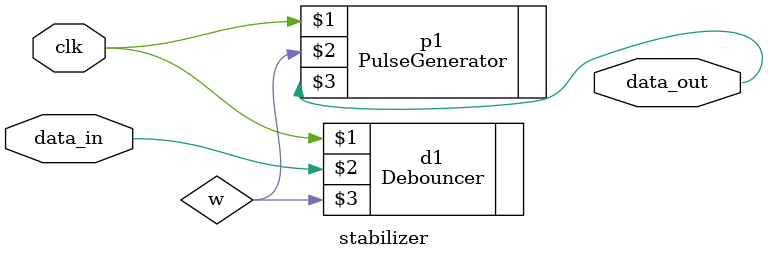
<source format=v>
`timescale 1ns / 1ps
module stabilizer(
    input clk,
    input data_in,
    output data_out
    );
	 wire w;
	Debouncer d1 (clk, data_in, w);
	PulseGenerator p1 (clk, w, data_out);
	

endmodule

</source>
